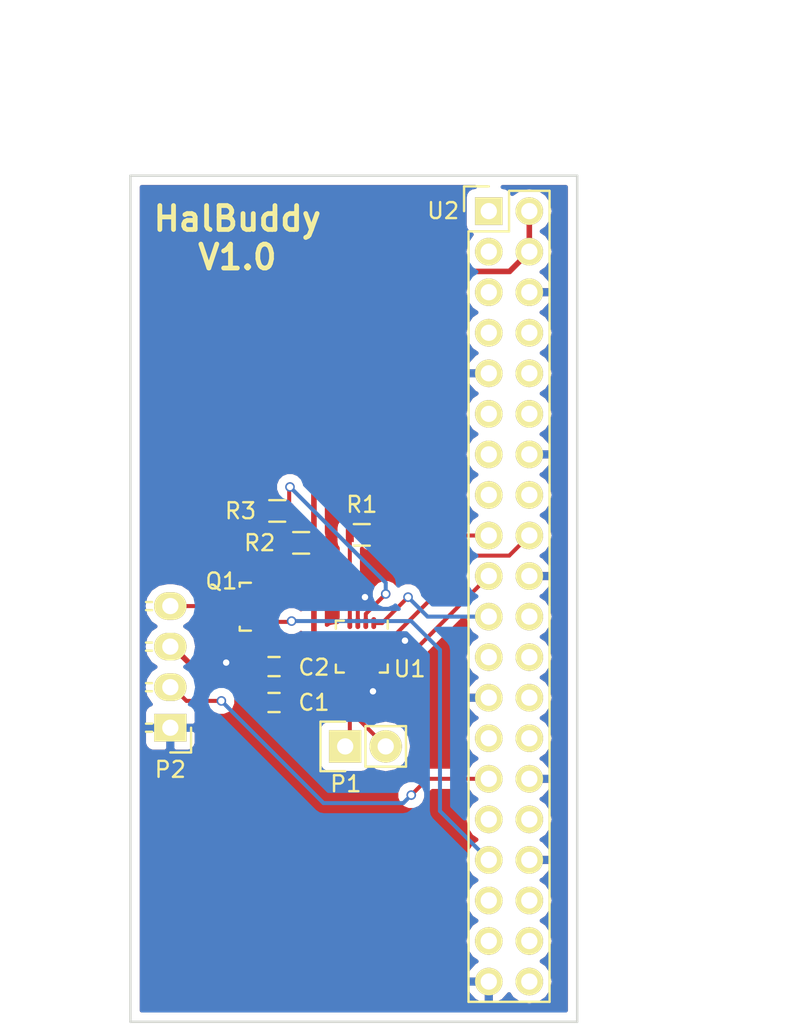
<source format=kicad_pcb>
(kicad_pcb (version 4) (host pcbnew 4.0.4-stable)

  (general
    (links 35)
    (no_connects 2)
    (area 148.624999 87.5 201.85 151.075001)
    (thickness 1.6)
    (drawings 7)
    (tracks 80)
    (zones 0)
    (modules 10)
    (nets 14)
  )

  (page A4)
  (layers
    (0 F.Cu signal)
    (31 B.Cu signal)
    (32 B.Adhes user)
    (33 F.Adhes user)
    (34 B.Paste user)
    (35 F.Paste user)
    (36 B.SilkS user)
    (37 F.SilkS user)
    (38 B.Mask user)
    (39 F.Mask user)
    (40 Dwgs.User user)
    (41 Cmts.User user)
    (42 Eco1.User user)
    (43 Eco2.User user)
    (44 Edge.Cuts user)
    (45 Margin user)
    (46 B.CrtYd user)
    (47 F.CrtYd user)
    (48 B.Fab user)
    (49 F.Fab user)
  )

  (setup
    (last_trace_width 0.25)
    (trace_clearance 0.2)
    (zone_clearance 0.508)
    (zone_45_only no)
    (trace_min 0.2)
    (segment_width 0.2)
    (edge_width 0.15)
    (via_size 0.6)
    (via_drill 0.4)
    (via_min_size 0.4)
    (via_min_drill 0.3)
    (uvia_size 0.3)
    (uvia_drill 0.1)
    (uvias_allowed no)
    (uvia_min_size 0.2)
    (uvia_min_drill 0.1)
    (pcb_text_width 0.3)
    (pcb_text_size 1.5 1.5)
    (mod_edge_width 0.15)
    (mod_text_size 1 1)
    (mod_text_width 0.15)
    (pad_size 1.524 1.524)
    (pad_drill 0.762)
    (pad_to_mask_clearance 0.2)
    (aux_axis_origin 0 0)
    (visible_elements FFFFFF7F)
    (pcbplotparams
      (layerselection 0x010fc_80000001)
      (usegerberextensions false)
      (excludeedgelayer true)
      (linewidth 0.100000)
      (plotframeref false)
      (viasonmask false)
      (mode 1)
      (useauxorigin false)
      (hpglpennumber 1)
      (hpglpenspeed 20)
      (hpglpendiameter 15)
      (hpglpenoverlay 2)
      (psnegative false)
      (psa4output false)
      (plotreference true)
      (plotvalue true)
      (plotinvisibletext false)
      (padsonsilk false)
      (subtractmaskfromsilk false)
      (outputformat 1)
      (mirror false)
      (drillshape 0)
      (scaleselection 1)
      (outputdirectory Gerber/))
  )

  (net 0 "")
  (net 1 GND)
  (net 2 +5V)
  (net 3 "Net-(P1-Pad1)")
  (net 4 "Net-(P1-Pad2)")
  (net 5 BTN)
  (net 6 PWM)
  (net 7 "Net-(R1-Pad1)")
  (net 8 +3V3)
  (net 9 DIN)
  (net 10 LRCLK)
  (net 11 BCLK)
  (net 12 "Net-(P2-Pad4)")
  (net 13 "Net-(R2-Pad1)")

  (net_class Default "Ceci est la Netclass par défaut"
    (clearance 0.2)
    (trace_width 0.25)
    (via_dia 0.6)
    (via_drill 0.4)
    (uvia_dia 0.3)
    (uvia_drill 0.1)
    (add_net +3V3)
    (add_net BCLK)
    (add_net BTN)
    (add_net DIN)
    (add_net GND)
    (add_net LRCLK)
    (add_net "Net-(P1-Pad1)")
    (add_net "Net-(P1-Pad2)")
    (add_net "Net-(P2-Pad4)")
    (add_net "Net-(R1-Pad1)")
    (add_net "Net-(R2-Pad1)")
    (add_net PWM)
  )

  (net_class pow ""
    (clearance 0.2)
    (trace_width 0.35)
    (via_dia 0.6)
    (via_drill 0.4)
    (uvia_dia 0.3)
    (uvia_drill 0.1)
    (add_net +5V)
  )

  (module Pin_Headers:Pin_Header_Angled_1x04 (layer F.Cu) (tedit 592A824C) (tstamp 58F3E3E5)
    (at 159.5 132.58 180)
    (descr "Through hole pin header")
    (tags "pin header")
    (path /58F127AD)
    (attr virtual)
    (fp_text reference P2 (at 0 -2.62 180) (layer F.SilkS)
      (effects (font (size 1 1) (thickness 0.15)))
    )
    (fp_text value CONN_01X04 (at 0 -3.1 180) (layer F.Fab)
      (effects (font (size 1 1) (thickness 0.15)))
    )
    (fp_line (start -1.5 -1.75) (end -1.5 9.4) (layer F.CrtYd) (width 0.05))
    (fp_line (start 10.65 -1.75) (end 10.65 9.4) (layer F.CrtYd) (width 0.05))
    (fp_line (start -1.5 -1.75) (end 10.65 -1.75) (layer F.CrtYd) (width 0.05))
    (fp_line (start -1.5 9.4) (end 10.65 9.4) (layer F.CrtYd) (width 0.05))
    (fp_line (start -1.3 -1.55) (end -1.3 0) (layer F.SilkS) (width 0.15))
    (fp_line (start 0 -1.55) (end -1.3 -1.55) (layer F.SilkS) (width 0.15))
    (fp_line (start 1.524 -0.254) (end 1.143 -0.254) (layer F.SilkS) (width 0.15))
    (fp_line (start 1.524 0.254) (end 1.143 0.254) (layer F.SilkS) (width 0.15))
    (fp_line (start 1.524 2.286) (end 1.143 2.286) (layer F.SilkS) (width 0.15))
    (fp_line (start 1.524 2.794) (end 1.143 2.794) (layer F.SilkS) (width 0.15))
    (fp_line (start 1.524 4.826) (end 1.143 4.826) (layer F.SilkS) (width 0.15))
    (fp_line (start 1.524 5.334) (end 1.143 5.334) (layer F.SilkS) (width 0.15))
    (fp_line (start 1.524 7.874) (end 1.143 7.874) (layer F.SilkS) (width 0.15))
    (fp_line (start 1.524 7.366) (end 1.143 7.366) (layer F.SilkS) (width 0.15))
    (pad 1 thru_hole rect (at 0 0 180) (size 2.032 1.7272) (drill 1.016) (layers *.Cu *.Mask F.SilkS)
      (net 1 GND))
    (pad 2 thru_hole oval (at 0 2.54 180) (size 2.032 1.7272) (drill 1.016) (layers *.Cu *.Mask F.SilkS)
      (net 5 BTN))
    (pad 3 thru_hole oval (at 0 5.08 180) (size 2.032 1.7272) (drill 1.016) (layers *.Cu *.Mask F.SilkS)
      (net 2 +5V))
    (pad 4 thru_hole oval (at 0 7.62 180) (size 2.032 1.7272) (drill 1.016) (layers *.Cu *.Mask F.SilkS)
      (net 12 "Net-(P2-Pad4)"))
    (model Pin_Headers.3dshapes/Pin_Header_Angled_1x04.wrl
      (at (xyz 0 -0.15 0))
      (scale (xyz 1 1 1))
      (rotate (xyz 0 0 90))
    )
  )

  (module Capacitors_SMD:C_0603 (layer F.Cu) (tedit 5415D631) (tstamp 58F3E3D1)
    (at 166 131)
    (descr "Capacitor SMD 0603, reflow soldering, AVX (see smccp.pdf)")
    (tags "capacitor 0603")
    (path /58F14769)
    (attr smd)
    (fp_text reference C1 (at 2.5 0) (layer F.SilkS)
      (effects (font (size 1 1) (thickness 0.15)))
    )
    (fp_text value 10uf (at 0 1.9) (layer F.Fab)
      (effects (font (size 1 1) (thickness 0.15)))
    )
    (fp_line (start -1.45 -0.75) (end 1.45 -0.75) (layer F.CrtYd) (width 0.05))
    (fp_line (start -1.45 0.75) (end 1.45 0.75) (layer F.CrtYd) (width 0.05))
    (fp_line (start -1.45 -0.75) (end -1.45 0.75) (layer F.CrtYd) (width 0.05))
    (fp_line (start 1.45 -0.75) (end 1.45 0.75) (layer F.CrtYd) (width 0.05))
    (fp_line (start -0.35 -0.6) (end 0.35 -0.6) (layer F.SilkS) (width 0.15))
    (fp_line (start 0.35 0.6) (end -0.35 0.6) (layer F.SilkS) (width 0.15))
    (pad 1 smd rect (at -0.75 0) (size 0.8 0.75) (layers F.Cu F.Paste F.Mask)
      (net 1 GND))
    (pad 2 smd rect (at 0.75 0) (size 0.8 0.75) (layers F.Cu F.Paste F.Mask)
      (net 2 +5V))
    (model Capacitors_SMD.3dshapes/C_0603.wrl
      (at (xyz 0 0 0))
      (scale (xyz 1 1 1))
      (rotate (xyz 0 0 0))
    )
  )

  (module Capacitors_SMD:C_0603 (layer F.Cu) (tedit 5415D631) (tstamp 58F3E3D7)
    (at 166 128.75)
    (descr "Capacitor SMD 0603, reflow soldering, AVX (see smccp.pdf)")
    (tags "capacitor 0603")
    (path /58F147B6)
    (attr smd)
    (fp_text reference C2 (at 2.5 0.05) (layer F.SilkS)
      (effects (font (size 1 1) (thickness 0.15)))
    )
    (fp_text value 100nf (at -2.5 -1.25) (layer F.Fab)
      (effects (font (size 1 1) (thickness 0.15)))
    )
    (fp_line (start -1.45 -0.75) (end 1.45 -0.75) (layer F.CrtYd) (width 0.05))
    (fp_line (start -1.45 0.75) (end 1.45 0.75) (layer F.CrtYd) (width 0.05))
    (fp_line (start -1.45 -0.75) (end -1.45 0.75) (layer F.CrtYd) (width 0.05))
    (fp_line (start 1.45 -0.75) (end 1.45 0.75) (layer F.CrtYd) (width 0.05))
    (fp_line (start -0.35 -0.6) (end 0.35 -0.6) (layer F.SilkS) (width 0.15))
    (fp_line (start 0.35 0.6) (end -0.35 0.6) (layer F.SilkS) (width 0.15))
    (pad 1 smd rect (at -0.75 0) (size 0.8 0.75) (layers F.Cu F.Paste F.Mask)
      (net 1 GND))
    (pad 2 smd rect (at 0.75 0) (size 0.8 0.75) (layers F.Cu F.Paste F.Mask)
      (net 2 +5V))
    (model Capacitors_SMD.3dshapes/C_0603.wrl
      (at (xyz 0 0 0))
      (scale (xyz 1 1 1))
      (rotate (xyz 0 0 0))
    )
  )

  (module Pin_Headers:Pin_Header_Straight_1x02 (layer F.Cu) (tedit 54EA090C) (tstamp 58F3E3DD)
    (at 170.46 133.75 90)
    (descr "Through hole pin header")
    (tags "pin header")
    (path /58F129F7)
    (fp_text reference P1 (at -2.35 0.04 180) (layer F.SilkS)
      (effects (font (size 1 1) (thickness 0.15)))
    )
    (fp_text value CONN_01X02 (at -2.75 0.54 180) (layer F.Fab)
      (effects (font (size 1 1) (thickness 0.15)))
    )
    (fp_line (start 1.27 1.27) (end 1.27 3.81) (layer F.SilkS) (width 0.15))
    (fp_line (start 1.55 -1.55) (end 1.55 0) (layer F.SilkS) (width 0.15))
    (fp_line (start -1.75 -1.75) (end -1.75 4.3) (layer F.CrtYd) (width 0.05))
    (fp_line (start 1.75 -1.75) (end 1.75 4.3) (layer F.CrtYd) (width 0.05))
    (fp_line (start -1.75 -1.75) (end 1.75 -1.75) (layer F.CrtYd) (width 0.05))
    (fp_line (start -1.75 4.3) (end 1.75 4.3) (layer F.CrtYd) (width 0.05))
    (fp_line (start 1.27 1.27) (end -1.27 1.27) (layer F.SilkS) (width 0.15))
    (fp_line (start -1.55 0) (end -1.55 -1.55) (layer F.SilkS) (width 0.15))
    (fp_line (start -1.55 -1.55) (end 1.55 -1.55) (layer F.SilkS) (width 0.15))
    (fp_line (start -1.27 1.27) (end -1.27 3.81) (layer F.SilkS) (width 0.15))
    (fp_line (start -1.27 3.81) (end 1.27 3.81) (layer F.SilkS) (width 0.15))
    (pad 1 thru_hole rect (at 0 0 90) (size 2.032 2.032) (drill 1.016) (layers *.Cu *.Mask F.SilkS)
      (net 3 "Net-(P1-Pad1)"))
    (pad 2 thru_hole oval (at 0 2.54 90) (size 2.032 2.032) (drill 1.016) (layers *.Cu *.Mask F.SilkS)
      (net 4 "Net-(P1-Pad2)"))
    (model Pin_Headers.3dshapes/Pin_Header_Straight_1x02.wrl
      (at (xyz 0 -0.05 0))
      (scale (xyz 1 1 1))
      (rotate (xyz 0 0 90))
    )
  )

  (module TO_SOT_Packages_SMD:SOT-23 (layer F.Cu) (tedit 553634F8) (tstamp 58F3E3EC)
    (at 164.5 125 90)
    (descr "SOT-23, Standard")
    (tags SOT-23)
    (path /58F09B8F)
    (attr smd)
    (fp_text reference Q1 (at 1.6 -1.8 180) (layer F.SilkS)
      (effects (font (size 1 1) (thickness 0.15)))
    )
    (fp_text value BSS138 (at 2.5 -1.5 360) (layer F.Fab)
      (effects (font (size 1 1) (thickness 0.15)))
    )
    (fp_line (start -1.65 -1.6) (end 1.65 -1.6) (layer F.CrtYd) (width 0.05))
    (fp_line (start 1.65 -1.6) (end 1.65 1.6) (layer F.CrtYd) (width 0.05))
    (fp_line (start 1.65 1.6) (end -1.65 1.6) (layer F.CrtYd) (width 0.05))
    (fp_line (start -1.65 1.6) (end -1.65 -1.6) (layer F.CrtYd) (width 0.05))
    (fp_line (start 1.29916 -0.65024) (end 1.2509 -0.65024) (layer F.SilkS) (width 0.15))
    (fp_line (start -1.49982 0.0508) (end -1.49982 -0.65024) (layer F.SilkS) (width 0.15))
    (fp_line (start -1.49982 -0.65024) (end -1.2509 -0.65024) (layer F.SilkS) (width 0.15))
    (fp_line (start 1.29916 -0.65024) (end 1.49982 -0.65024) (layer F.SilkS) (width 0.15))
    (fp_line (start 1.49982 -0.65024) (end 1.49982 0.0508) (layer F.SilkS) (width 0.15))
    (pad 1 smd rect (at -0.95 1.00076 90) (size 0.8001 0.8001) (layers F.Cu F.Paste F.Mask)
      (net 6 PWM))
    (pad 2 smd rect (at 0.95 1.00076 90) (size 0.8001 0.8001) (layers F.Cu F.Paste F.Mask)
      (net 1 GND))
    (pad 3 smd rect (at 0 -0.99822 90) (size 0.8001 0.8001) (layers F.Cu F.Paste F.Mask)
      (net 12 "Net-(P2-Pad4)"))
    (model TO_SOT_Packages_SMD.3dshapes/SOT-23.wrl
      (at (xyz 0 0 0))
      (scale (xyz 1 1 1))
      (rotate (xyz 0 0 0))
    )
  )

  (module Resistors_SMD:R_0603 (layer F.Cu) (tedit 5415CC62) (tstamp 58F3E3F2)
    (at 171.5 120.5)
    (descr "Resistor SMD 0603, reflow soldering, Vishay (see dcrcw.pdf)")
    (tags "resistor 0603")
    (path /58F3E030)
    (attr smd)
    (fp_text reference R1 (at 0 -1.9) (layer F.SilkS)
      (effects (font (size 1 1) (thickness 0.15)))
    )
    (fp_text value 634k (at 0 -2.5) (layer F.Fab)
      (effects (font (size 1 1) (thickness 0.15)))
    )
    (fp_line (start -1.3 -0.8) (end 1.3 -0.8) (layer F.CrtYd) (width 0.05))
    (fp_line (start -1.3 0.8) (end 1.3 0.8) (layer F.CrtYd) (width 0.05))
    (fp_line (start -1.3 -0.8) (end -1.3 0.8) (layer F.CrtYd) (width 0.05))
    (fp_line (start 1.3 -0.8) (end 1.3 0.8) (layer F.CrtYd) (width 0.05))
    (fp_line (start 0.5 0.675) (end -0.5 0.675) (layer F.SilkS) (width 0.15))
    (fp_line (start -0.5 -0.675) (end 0.5 -0.675) (layer F.SilkS) (width 0.15))
    (pad 1 smd rect (at -0.75 0) (size 0.5 0.9) (layers F.Cu F.Paste F.Mask)
      (net 7 "Net-(R1-Pad1)"))
    (pad 2 smd rect (at 0.75 0) (size 0.5 0.9) (layers F.Cu F.Paste F.Mask)
      (net 8 +3V3))
    (model Resistors_SMD.3dshapes/R_0603.wrl
      (at (xyz 0 0 0))
      (scale (xyz 1 1 1))
      (rotate (xyz 0 0 0))
    )
  )

  (module Housings_DFN_QFN:QFN-16-1EP_3x3mm_Pitch0.5mm (layer F.Cu) (tedit 54130A77) (tstamp 58F3E40A)
    (at 171.5 127.5 270)
    (descr "16-Lead Plastic Quad Flat, No Lead Package (NG) - 3x3x0.9 mm Body [QFN]; (see Microchip Packaging Specification 00000049BS.pdf)")
    (tags "QFN 0.5")
    (path /58EFEB78)
    (attr smd)
    (fp_text reference U1 (at 1.4 -3 360) (layer F.SilkS)
      (effects (font (size 1 1) (thickness 0.15)))
    )
    (fp_text value MAX98357A (at 0 -1 360) (layer F.Fab)
      (effects (font (size 1 1) (thickness 0.15)))
    )
    (fp_line (start -2.1 -2.1) (end -2.1 2.1) (layer F.CrtYd) (width 0.05))
    (fp_line (start 2.1 -2.1) (end 2.1 2.1) (layer F.CrtYd) (width 0.05))
    (fp_line (start -2.1 -2.1) (end 2.1 -2.1) (layer F.CrtYd) (width 0.05))
    (fp_line (start -2.1 2.1) (end 2.1 2.1) (layer F.CrtYd) (width 0.05))
    (fp_line (start 1.625 -1.625) (end 1.625 -1.125) (layer F.SilkS) (width 0.15))
    (fp_line (start -1.625 1.625) (end -1.625 1.125) (layer F.SilkS) (width 0.15))
    (fp_line (start 1.625 1.625) (end 1.625 1.125) (layer F.SilkS) (width 0.15))
    (fp_line (start -1.625 -1.625) (end -1.125 -1.625) (layer F.SilkS) (width 0.15))
    (fp_line (start -1.625 1.625) (end -1.125 1.625) (layer F.SilkS) (width 0.15))
    (fp_line (start 1.625 1.625) (end 1.125 1.625) (layer F.SilkS) (width 0.15))
    (fp_line (start 1.625 -1.625) (end 1.125 -1.625) (layer F.SilkS) (width 0.15))
    (pad 1 smd oval (at -1.475 -0.75 270) (size 0.75 0.3) (layers F.Cu F.Paste F.Mask)
      (net 9 DIN))
    (pad 2 smd oval (at -1.475 -0.25 270) (size 0.75 0.3) (layers F.Cu F.Paste F.Mask)
      (net 13 "Net-(R2-Pad1)"))
    (pad 3 smd oval (at -1.475 0.25 270) (size 0.75 0.3) (layers F.Cu F.Paste F.Mask)
      (net 1 GND))
    (pad 4 smd oval (at -1.475 0.75 270) (size 0.75 0.3) (layers F.Cu F.Paste F.Mask)
      (net 7 "Net-(R1-Pad1)"))
    (pad 5 smd oval (at -0.75 1.475) (size 0.75 0.3) (layers F.Cu F.Paste F.Mask))
    (pad 6 smd oval (at -0.25 1.475) (size 0.75 0.3) (layers F.Cu F.Paste F.Mask))
    (pad 7 smd oval (at 0.25 1.475) (size 0.75 0.3) (layers F.Cu F.Paste F.Mask)
      (net 2 +5V))
    (pad 8 smd oval (at 0.75 1.475) (size 0.75 0.3) (layers F.Cu F.Paste F.Mask)
      (net 2 +5V))
    (pad 9 smd oval (at 1.475 0.75 270) (size 0.75 0.3) (layers F.Cu F.Paste F.Mask)
      (net 3 "Net-(P1-Pad1)"))
    (pad 10 smd oval (at 1.475 0.25 270) (size 0.75 0.3) (layers F.Cu F.Paste F.Mask)
      (net 4 "Net-(P1-Pad2)"))
    (pad 11 smd oval (at 1.475 -0.25 270) (size 0.75 0.3) (layers F.Cu F.Paste F.Mask)
      (net 1 GND))
    (pad 12 smd oval (at 1.475 -0.75 270) (size 0.75 0.3) (layers F.Cu F.Paste F.Mask))
    (pad 13 smd oval (at 0.75 -1.475) (size 0.75 0.3) (layers F.Cu F.Paste F.Mask))
    (pad 14 smd oval (at 0.25 -1.475) (size 0.75 0.3) (layers F.Cu F.Paste F.Mask)
      (net 10 LRCLK))
    (pad 15 smd oval (at -0.25 -1.475) (size 0.75 0.3) (layers F.Cu F.Paste F.Mask)
      (net 1 GND))
    (pad 16 smd oval (at -0.75 -1.475) (size 0.75 0.3) (layers F.Cu F.Paste F.Mask)
      (net 11 BCLK))
    (pad 17 smd rect (at 0.45 0.45 270) (size 0.9 0.9) (layers F.Cu F.Paste F.Mask)
      (solder_paste_margin_ratio -0.2))
    (pad 17 smd rect (at 0.45 -0.45 270) (size 0.9 0.9) (layers F.Cu F.Paste F.Mask)
      (solder_paste_margin_ratio -0.2))
    (pad 17 smd rect (at -0.45 0.45 270) (size 0.9 0.9) (layers F.Cu F.Paste F.Mask)
      (solder_paste_margin_ratio -0.2))
    (pad 17 smd rect (at -0.45 -0.45 270) (size 0.9 0.9) (layers F.Cu F.Paste F.Mask)
      (solder_paste_margin_ratio -0.2))
    (model Housings_DFN_QFN.3dshapes/QFN-16-1EP_3x3mm_Pitch0.5mm.wrl
      (at (xyz 0 0 0))
      (scale (xyz 1 1 1))
      (rotate (xyz 0 0 0))
    )
  )

  (module Pin_Headers:Pin_Header_Straight_2x20 (layer F.Cu) (tedit 0) (tstamp 58F3E436)
    (at 179.46 100.22)
    (descr "Through hole pin header")
    (tags "pin header")
    (path /58F09AE7)
    (fp_text reference U2 (at -2.86 -0.02) (layer F.SilkS)
      (effects (font (size 1 1) (thickness 0.15)))
    )
    (fp_text value RaspberryPI_zero_GPIO (at 0 -3.1) (layer F.Fab)
      (effects (font (size 1 1) (thickness 0.15)))
    )
    (fp_line (start -1.75 -1.75) (end -1.75 50.05) (layer F.CrtYd) (width 0.05))
    (fp_line (start 4.3 -1.75) (end 4.3 50.05) (layer F.CrtYd) (width 0.05))
    (fp_line (start -1.75 -1.75) (end 4.3 -1.75) (layer F.CrtYd) (width 0.05))
    (fp_line (start -1.75 50.05) (end 4.3 50.05) (layer F.CrtYd) (width 0.05))
    (fp_line (start 3.81 49.53) (end 3.81 -1.27) (layer F.SilkS) (width 0.15))
    (fp_line (start -1.27 1.27) (end -1.27 49.53) (layer F.SilkS) (width 0.15))
    (fp_line (start 3.81 49.53) (end -1.27 49.53) (layer F.SilkS) (width 0.15))
    (fp_line (start 3.81 -1.27) (end 1.27 -1.27) (layer F.SilkS) (width 0.15))
    (fp_line (start 0 -1.55) (end -1.55 -1.55) (layer F.SilkS) (width 0.15))
    (fp_line (start 1.27 -1.27) (end 1.27 1.27) (layer F.SilkS) (width 0.15))
    (fp_line (start 1.27 1.27) (end -1.27 1.27) (layer F.SilkS) (width 0.15))
    (fp_line (start -1.55 -1.55) (end -1.55 0) (layer F.SilkS) (width 0.15))
    (pad 1 thru_hole rect (at 0 0) (size 1.7272 1.7272) (drill 1.016) (layers *.Cu *.Mask F.SilkS)
      (net 8 +3V3))
    (pad 2 thru_hole oval (at 2.54 0) (size 1.7272 1.7272) (drill 1.016) (layers *.Cu *.Mask F.SilkS)
      (net 2 +5V))
    (pad 3 thru_hole oval (at 0 2.54) (size 1.7272 1.7272) (drill 1.016) (layers *.Cu *.Mask F.SilkS))
    (pad 4 thru_hole oval (at 2.54 2.54) (size 1.7272 1.7272) (drill 1.016) (layers *.Cu *.Mask F.SilkS)
      (net 2 +5V))
    (pad 5 thru_hole oval (at 0 5.08) (size 1.7272 1.7272) (drill 1.016) (layers *.Cu *.Mask F.SilkS))
    (pad 6 thru_hole oval (at 2.54 5.08) (size 1.7272 1.7272) (drill 1.016) (layers *.Cu *.Mask F.SilkS)
      (net 1 GND))
    (pad 7 thru_hole oval (at 0 7.62) (size 1.7272 1.7272) (drill 1.016) (layers *.Cu *.Mask F.SilkS))
    (pad 8 thru_hole oval (at 2.54 7.62) (size 1.7272 1.7272) (drill 1.016) (layers *.Cu *.Mask F.SilkS))
    (pad 9 thru_hole oval (at 0 10.16) (size 1.7272 1.7272) (drill 1.016) (layers *.Cu *.Mask F.SilkS)
      (net 1 GND))
    (pad 10 thru_hole oval (at 2.54 10.16) (size 1.7272 1.7272) (drill 1.016) (layers *.Cu *.Mask F.SilkS))
    (pad 11 thru_hole oval (at 0 12.7) (size 1.7272 1.7272) (drill 1.016) (layers *.Cu *.Mask F.SilkS))
    (pad 12 thru_hole oval (at 2.54 12.7) (size 1.7272 1.7272) (drill 1.016) (layers *.Cu *.Mask F.SilkS))
    (pad 13 thru_hole oval (at 0 15.24) (size 1.7272 1.7272) (drill 1.016) (layers *.Cu *.Mask F.SilkS))
    (pad 14 thru_hole oval (at 2.54 15.24) (size 1.7272 1.7272) (drill 1.016) (layers *.Cu *.Mask F.SilkS)
      (net 1 GND))
    (pad 15 thru_hole oval (at 0 17.78) (size 1.7272 1.7272) (drill 1.016) (layers *.Cu *.Mask F.SilkS))
    (pad 16 thru_hole oval (at 2.54 17.78) (size 1.7272 1.7272) (drill 1.016) (layers *.Cu *.Mask F.SilkS))
    (pad 17 thru_hole oval (at 0 20.32) (size 1.7272 1.7272) (drill 1.016) (layers *.Cu *.Mask F.SilkS)
      (net 8 +3V3))
    (pad 18 thru_hole oval (at 2.54 20.32) (size 1.7272 1.7272) (drill 1.016) (layers *.Cu *.Mask F.SilkS)
      (net 11 BCLK))
    (pad 19 thru_hole oval (at 0 22.86) (size 1.7272 1.7272) (drill 1.016) (layers *.Cu *.Mask F.SilkS)
      (net 10 LRCLK))
    (pad 20 thru_hole oval (at 2.54 22.86) (size 1.7272 1.7272) (drill 1.016) (layers *.Cu *.Mask F.SilkS)
      (net 1 GND))
    (pad 21 thru_hole oval (at 0 25.4) (size 1.7272 1.7272) (drill 1.016) (layers *.Cu *.Mask F.SilkS)
      (net 9 DIN))
    (pad 22 thru_hole oval (at 2.54 25.4) (size 1.7272 1.7272) (drill 1.016) (layers *.Cu *.Mask F.SilkS))
    (pad 23 thru_hole oval (at 0 27.94) (size 1.7272 1.7272) (drill 1.016) (layers *.Cu *.Mask F.SilkS))
    (pad 24 thru_hole oval (at 2.54 27.94) (size 1.7272 1.7272) (drill 1.016) (layers *.Cu *.Mask F.SilkS))
    (pad 25 thru_hole oval (at 0 30.48) (size 1.7272 1.7272) (drill 1.016) (layers *.Cu *.Mask F.SilkS)
      (net 1 GND))
    (pad 26 thru_hole oval (at 2.54 30.48) (size 1.7272 1.7272) (drill 1.016) (layers *.Cu *.Mask F.SilkS))
    (pad 27 thru_hole oval (at 0 33.02) (size 1.7272 1.7272) (drill 1.016) (layers *.Cu *.Mask F.SilkS))
    (pad 28 thru_hole oval (at 2.54 33.02) (size 1.7272 1.7272) (drill 1.016) (layers *.Cu *.Mask F.SilkS))
    (pad 29 thru_hole oval (at 0 35.56) (size 1.7272 1.7272) (drill 1.016) (layers *.Cu *.Mask F.SilkS)
      (net 5 BTN))
    (pad 30 thru_hole oval (at 2.54 35.56) (size 1.7272 1.7272) (drill 1.016) (layers *.Cu *.Mask F.SilkS)
      (net 1 GND))
    (pad 31 thru_hole oval (at 0 38.1) (size 1.7272 1.7272) (drill 1.016) (layers *.Cu *.Mask F.SilkS))
    (pad 32 thru_hole oval (at 2.54 38.1) (size 1.7272 1.7272) (drill 1.016) (layers *.Cu *.Mask F.SilkS))
    (pad 33 thru_hole oval (at 0 40.64) (size 1.7272 1.7272) (drill 1.016) (layers *.Cu *.Mask F.SilkS)
      (net 6 PWM))
    (pad 34 thru_hole oval (at 2.54 40.64) (size 1.7272 1.7272) (drill 1.016) (layers *.Cu *.Mask F.SilkS)
      (net 1 GND))
    (pad 35 thru_hole oval (at 0 43.18) (size 1.7272 1.7272) (drill 1.016) (layers *.Cu *.Mask F.SilkS))
    (pad 36 thru_hole oval (at 2.54 43.18) (size 1.7272 1.7272) (drill 1.016) (layers *.Cu *.Mask F.SilkS))
    (pad 37 thru_hole oval (at 0 45.72) (size 1.7272 1.7272) (drill 1.016) (layers *.Cu *.Mask F.SilkS))
    (pad 38 thru_hole oval (at 2.54 45.72) (size 1.7272 1.7272) (drill 1.016) (layers *.Cu *.Mask F.SilkS))
    (pad 39 thru_hole oval (at 0 48.26) (size 1.7272 1.7272) (drill 1.016) (layers *.Cu *.Mask F.SilkS)
      (net 1 GND))
    (pad 40 thru_hole oval (at 2.54 48.26) (size 1.7272 1.7272) (drill 1.016) (layers *.Cu *.Mask F.SilkS))
    (model Pin_Headers.3dshapes/Pin_Header_Straight_2x20.wrl
      (at (xyz 0.05 -0.95 0))
      (scale (xyz 1 1 1))
      (rotate (xyz 0 0 90))
    )
  )

  (module Resistors_SMD:R_0603 (layer F.Cu) (tedit 5415CC62) (tstamp 58F4B0E0)
    (at 167.7 121)
    (descr "Resistor SMD 0603, reflow soldering, Vishay (see dcrcw.pdf)")
    (tags "resistor 0603")
    (path /58F47A44)
    (attr smd)
    (fp_text reference R2 (at -2.6 0) (layer F.SilkS)
      (effects (font (size 1 1) (thickness 0.15)))
    )
    (fp_text value 0 (at 0 1 180) (layer F.Fab)
      (effects (font (size 1 1) (thickness 0.15)))
    )
    (fp_line (start -1.3 -0.8) (end 1.3 -0.8) (layer F.CrtYd) (width 0.05))
    (fp_line (start -1.3 0.8) (end 1.3 0.8) (layer F.CrtYd) (width 0.05))
    (fp_line (start -1.3 -0.8) (end -1.3 0.8) (layer F.CrtYd) (width 0.05))
    (fp_line (start 1.3 -0.8) (end 1.3 0.8) (layer F.CrtYd) (width 0.05))
    (fp_line (start 0.5 0.675) (end -0.5 0.675) (layer F.SilkS) (width 0.15))
    (fp_line (start -0.5 -0.675) (end 0.5 -0.675) (layer F.SilkS) (width 0.15))
    (pad 1 smd rect (at -0.75 0) (size 0.5 0.9) (layers F.Cu F.Paste F.Mask)
      (net 13 "Net-(R2-Pad1)"))
    (pad 2 smd rect (at 0.75 0) (size 0.5 0.9) (layers F.Cu F.Paste F.Mask)
      (net 2 +5V))
    (model Resistors_SMD.3dshapes/R_0603.wrl
      (at (xyz 0 0 0))
      (scale (xyz 1 1 1))
      (rotate (xyz 0 0 0))
    )
  )

  (module Resistors_SMD:R_0603 (layer F.Cu) (tedit 5415CC62) (tstamp 58F4B0E6)
    (at 166.2 119 180)
    (descr "Resistor SMD 0603, reflow soldering, Vishay (see dcrcw.pdf)")
    (tags "resistor 0603")
    (path /58F478A5)
    (attr smd)
    (fp_text reference R3 (at 2.3 0 180) (layer F.SilkS)
      (effects (font (size 1 1) (thickness 0.15)))
    )
    (fp_text value 0 (at 0 1.5 180) (layer F.Fab)
      (effects (font (size 1 1) (thickness 0.15)))
    )
    (fp_line (start -1.3 -0.8) (end 1.3 -0.8) (layer F.CrtYd) (width 0.05))
    (fp_line (start -1.3 0.8) (end 1.3 0.8) (layer F.CrtYd) (width 0.05))
    (fp_line (start -1.3 -0.8) (end -1.3 0.8) (layer F.CrtYd) (width 0.05))
    (fp_line (start 1.3 -0.8) (end 1.3 0.8) (layer F.CrtYd) (width 0.05))
    (fp_line (start 0.5 0.675) (end -0.5 0.675) (layer F.SilkS) (width 0.15))
    (fp_line (start -0.5 -0.675) (end 0.5 -0.675) (layer F.SilkS) (width 0.15))
    (pad 1 smd rect (at -0.75 0 180) (size 0.5 0.9) (layers F.Cu F.Paste F.Mask)
      (net 13 "Net-(R2-Pad1)"))
    (pad 2 smd rect (at 0.75 0 180) (size 0.5 0.9) (layers F.Cu F.Paste F.Mask)
      (net 1 GND))
    (model Resistors_SMD.3dshapes/R_0603.wrl
      (at (xyz 0 0 0))
      (scale (xyz 1 1 1))
      (rotate (xyz 0 0 0))
    )
  )

  (dimension 53 (width 0.3) (layer F.Fab)
    (gr_text "53,000 mm" (at 195.35 124.5 270) (layer F.Fab)
      (effects (font (size 1.5 1.5) (thickness 0.3)))
    )
    (feature1 (pts (xy 185 151) (xy 196.7 151)))
    (feature2 (pts (xy 185 98) (xy 196.7 98)))
    (crossbar (pts (xy 194 98) (xy 194 151)))
    (arrow1a (pts (xy 194 151) (xy 193.413579 149.873496)))
    (arrow1b (pts (xy 194 151) (xy 194.586421 149.873496)))
    (arrow2a (pts (xy 194 98) (xy 193.413579 99.126504)))
    (arrow2b (pts (xy 194 98) (xy 194.586421 99.126504)))
  )
  (dimension 28 (width 0.3) (layer F.Fab)
    (gr_text "28,000 mm" (at 171 88.85) (layer F.Fab)
      (effects (font (size 1.5 1.5) (thickness 0.3)))
    )
    (feature1 (pts (xy 185 98) (xy 185 87.5)))
    (feature2 (pts (xy 157 98) (xy 157 87.5)))
    (crossbar (pts (xy 157 90.2) (xy 185 90.2)))
    (arrow1a (pts (xy 185 90.2) (xy 183.873496 90.786421)))
    (arrow1b (pts (xy 185 90.2) (xy 183.873496 89.613579)))
    (arrow2a (pts (xy 157 90.2) (xy 158.126504 90.786421)))
    (arrow2b (pts (xy 157 90.2) (xy 158.126504 89.613579)))
  )
  (gr_text "HalBuddy\nV1.0" (at 163.7 101.9) (layer F.SilkS)
    (effects (font (size 1.5 1.5) (thickness 0.3)))
  )
  (gr_line (start 157 98) (end 185 98) (layer Edge.Cuts) (width 0.15))
  (gr_line (start 157 151) (end 157 98) (layer Edge.Cuts) (width 0.15))
  (gr_line (start 185 151) (end 157 151) (layer Edge.Cuts) (width 0.15))
  (gr_line (start 185 98) (end 185 151) (layer Edge.Cuts) (width 0.15))

  (segment (start 163.25 128.75) (end 163 128.5) (width 0.25) (layer F.Cu) (net 1))
  (segment (start 165.25 128.75) (end 163.25 128.75) (width 0.25) (layer F.Cu) (net 1))
  (via (at 163 128.5) (size 0.6) (drill 0.4) (layers F.Cu B.Cu) (net 1))
  (segment (start 174.081575 127.25) (end 174.206585 127.12499) (width 0.25) (layer F.Cu) (net 1))
  (segment (start 172.975 127.25) (end 174.081575 127.25) (width 0.25) (layer F.Cu) (net 1))
  (via (at 174.206585 127.12499) (size 0.6) (drill 0.4) (layers F.Cu B.Cu) (net 1))
  (segment (start 171.75 128.975) (end 171.75 129.85) (width 0.25) (layer F.Cu) (net 1))
  (segment (start 171.75 129.85) (end 172.2 130.3) (width 0.25) (layer F.Cu) (net 1))
  (via (at 172.2 130.3) (size 0.6) (drill 0.4) (layers F.Cu B.Cu) (net 1))
  (segment (start 171.25 126.025) (end 171.25 124.85) (width 0.25) (layer F.Cu) (net 1))
  (segment (start 171.25 124.85) (end 171.7 124.4) (width 0.25) (layer F.Cu) (net 1))
  (via (at 171.7 124.4) (size 0.6) (drill 0.4) (layers F.Cu B.Cu) (net 1))
  (segment (start 168.5 112.7) (end 168.5 121.5) (width 0.35) (layer F.Cu) (net 2))
  (segment (start 168.5 121.5) (end 168.5 128.75) (width 0.35) (layer F.Cu) (net 2))
  (segment (start 168.45 121) (end 168.45 121.45) (width 0.35) (layer F.Cu) (net 2))
  (segment (start 168.45 121.45) (end 168.5 121.5) (width 0.35) (layer F.Cu) (net 2))
  (segment (start 166.75 128.75) (end 168.5 128.75) (width 0.35) (layer F.Cu) (net 2))
  (segment (start 168.5 128.75) (end 168.75 128.75) (width 0.35) (layer F.Cu) (net 2))
  (segment (start 177.201399 103.998601) (end 168.5 112.7) (width 0.35) (layer F.Cu) (net 2))
  (segment (start 182 102.76) (end 180.761399 103.998601) (width 0.35) (layer F.Cu) (net 2))
  (segment (start 180.761399 103.998601) (end 177.201399 103.998601) (width 0.35) (layer F.Cu) (net 2))
  (segment (start 182 102.76) (end 182 100.22) (width 0.35) (layer F.Cu) (net 2))
  (segment (start 166.75 131) (end 166.7 130.95) (width 0.35) (layer F.Cu) (net 2))
  (segment (start 166.7 130.7) (end 165.8 129.8) (width 0.35) (layer F.Cu) (net 2))
  (segment (start 166.7 130.95) (end 166.7 130.7) (width 0.35) (layer F.Cu) (net 2))
  (segment (start 165.8 129.8) (end 161.9524 129.8) (width 0.35) (layer F.Cu) (net 2))
  (segment (start 161.9524 129.8) (end 159.6524 127.5) (width 0.35) (layer F.Cu) (net 2))
  (segment (start 159.6524 127.5) (end 159.5 127.5) (width 0.35) (layer F.Cu) (net 2))
  (segment (start 168.75 128.75) (end 169.525 128.75) (width 0.35) (layer F.Cu) (net 2))
  (segment (start 170.025 128.25) (end 170.025 127.77501) (width 0.35) (layer F.Cu) (net 2))
  (segment (start 166.75 128.75) (end 166.75 131) (width 0.35) (layer F.Cu) (net 2))
  (segment (start 169.525 128.75) (end 170.025 128.25) (width 0.35) (layer F.Cu) (net 2))
  (segment (start 170.75 128.975) (end 170.75 133.46) (width 0.25) (layer F.Cu) (net 3))
  (segment (start 170.75 133.46) (end 170.46 133.75) (width 0.25) (layer F.Cu) (net 3))
  (segment (start 171.25 128.975) (end 171.25 132) (width 0.25) (layer F.Cu) (net 4))
  (segment (start 171.25 132) (end 173 133.75) (width 0.25) (layer F.Cu) (net 4))
  (segment (start 174.6 136.8) (end 175.62 135.78) (width 0.25) (layer F.Cu) (net 5))
  (segment (start 175.62 135.78) (end 179.46 135.78) (width 0.25) (layer F.Cu) (net 5))
  (segment (start 169.1 137.3) (end 174.1 137.3) (width 0.25) (layer B.Cu) (net 5))
  (segment (start 174.1 137.3) (end 174.6 136.8) (width 0.25) (layer B.Cu) (net 5))
  (via (at 174.6 136.8) (size 0.6) (drill 0.4) (layers F.Cu B.Cu) (net 5))
  (segment (start 162.7 130.9) (end 169.1 137.3) (width 0.25) (layer B.Cu) (net 5))
  (segment (start 159.5 130.04) (end 159.6524 130.04) (width 0.25) (layer F.Cu) (net 5))
  (segment (start 159.6524 130.04) (end 160.5124 130.9) (width 0.25) (layer F.Cu) (net 5))
  (segment (start 160.5124 130.9) (end 162.7 130.9) (width 0.25) (layer F.Cu) (net 5))
  (via (at 162.7 130.9) (size 0.6) (drill 0.4) (layers F.Cu B.Cu) (net 5))
  (segment (start 176.4 127.7) (end 176.4 137.8) (width 0.25) (layer B.Cu) (net 6))
  (segment (start 176.4 137.8) (end 179.46 140.86) (width 0.25) (layer B.Cu) (net 6))
  (segment (start 174.6 125.9) (end 176.4 127.7) (width 0.25) (layer B.Cu) (net 6))
  (segment (start 167.1 125.9) (end 174.6 125.9) (width 0.25) (layer B.Cu) (net 6))
  (segment (start 165.50076 125.95) (end 167.05 125.95) (width 0.25) (layer F.Cu) (net 6))
  (segment (start 167.05 125.95) (end 167.1 125.9) (width 0.25) (layer F.Cu) (net 6))
  (via (at 167.1 125.9) (size 0.6) (drill 0.4) (layers F.Cu B.Cu) (net 6))
  (segment (start 170.75 120.5) (end 170.75 126.025) (width 0.25) (layer F.Cu) (net 7))
  (segment (start 179.46 120.54) (end 172.29 120.54) (width 0.25) (layer F.Cu) (net 8))
  (segment (start 172.29 120.54) (end 172.25 120.5) (width 0.25) (layer F.Cu) (net 8))
  (segment (start 179.42 120.5) (end 179.46 120.54) (width 0.25) (layer F.Cu) (net 8))
  (segment (start 174.4 124.4) (end 175.62 125.62) (width 0.25) (layer B.Cu) (net 9))
  (segment (start 175.62 125.62) (end 179.46 125.62) (width 0.25) (layer B.Cu) (net 9))
  (segment (start 172.25 126.025) (end 172.775 126.025) (width 0.25) (layer F.Cu) (net 9))
  (segment (start 172.775 126.025) (end 174.4 124.4) (width 0.25) (layer F.Cu) (net 9))
  (via (at 174.4 124.4) (size 0.6) (drill 0.4) (layers F.Cu B.Cu) (net 9))
  (segment (start 172.975 127.75) (end 174.79 127.75) (width 0.25) (layer F.Cu) (net 10))
  (segment (start 174.79 127.75) (end 179.46 123.08) (width 0.25) (layer F.Cu) (net 10))
  (segment (start 172.975 126.75) (end 173.6 126.75) (width 0.25) (layer F.Cu) (net 11))
  (segment (start 173.6 126.75) (end 178.55 121.8) (width 0.25) (layer F.Cu) (net 11))
  (segment (start 178.55 121.8) (end 180.74 121.8) (width 0.25) (layer F.Cu) (net 11))
  (segment (start 180.74 121.8) (end 181.136401 121.403599) (width 0.25) (layer F.Cu) (net 11))
  (segment (start 181.136401 121.403599) (end 182 120.54) (width 0.25) (layer F.Cu) (net 11))
  (segment (start 159.5 124.96) (end 163.46178 124.96) (width 0.25) (layer F.Cu) (net 12))
  (segment (start 163.46178 124.96) (end 163.50178 125) (width 0.25) (layer F.Cu) (net 12))
  (segment (start 173 124.2) (end 171.75 125.45) (width 0.25) (layer F.Cu) (net 13))
  (segment (start 171.75 125.45) (end 171.75 126.025) (width 0.25) (layer F.Cu) (net 13))
  (segment (start 167 117.5) (end 173 123.5) (width 0.25) (layer B.Cu) (net 13))
  (segment (start 173 123.5) (end 173 124.2) (width 0.25) (layer B.Cu) (net 13))
  (via (at 173 124.2) (size 0.6) (drill 0.4) (layers F.Cu B.Cu) (net 13))
  (segment (start 166.95 119) (end 166.95 117.55) (width 0.25) (layer F.Cu) (net 13))
  (via (at 167 117.5) (size 0.6) (drill 0.4) (layers F.Cu B.Cu) (net 13))
  (segment (start 166.95 117.55) (end 167 117.5) (width 0.25) (layer F.Cu) (net 13))
  (segment (start 166.95 121) (end 166.95 119) (width 0.25) (layer F.Cu) (net 13))

  (zone (net 1) (net_name GND) (layer F.Cu) (tstamp 0) (hatch edge 0.508)
    (connect_pads (clearance 0.508))
    (min_thickness 0.254)
    (fill yes (arc_segments 16) (thermal_gap 0.508) (thermal_bridge_width 0.508))
    (polygon
      (pts
        (xy 157 98) (xy 185 98) (xy 185 151) (xy 157 151)
      )
    )
    (filled_polygon
      (pts
        (xy 178.361083 98.753238) (xy 178.144959 98.89231) (xy 177.999969 99.10451) (xy 177.94896 99.3564) (xy 177.94896 101.0836)
        (xy 177.993238 101.318917) (xy 178.13231 101.535041) (xy 178.34451 101.680031) (xy 178.388131 101.688864) (xy 178.370971 101.70033)
        (xy 178.046115 102.186511) (xy 177.932041 102.76) (xy 178.017295 103.188601) (xy 177.201399 103.188601) (xy 176.891425 103.250259)
        (xy 176.766863 103.333489) (xy 176.628642 103.425845) (xy 167.927244 112.127244) (xy 167.751658 112.390026) (xy 167.69 112.7)
        (xy 167.69 116.86776) (xy 167.530327 116.707808) (xy 167.186799 116.565162) (xy 166.814833 116.564838) (xy 166.471057 116.706883)
        (xy 166.207808 116.969673) (xy 166.065162 117.313201) (xy 166.064838 117.685167) (xy 166.19 117.988083) (xy 166.19 118.141974)
        (xy 166.059698 118.011673) (xy 165.826309 117.915) (xy 165.73375 117.915) (xy 165.575 118.07375) (xy 165.575 118.873)
        (xy 165.597 118.873) (xy 165.597 119.127) (xy 165.575 119.127) (xy 165.575 119.92625) (xy 165.73375 120.085)
        (xy 165.826309 120.085) (xy 166.059698 119.988327) (xy 166.19 119.858026) (xy 166.19 120.171614) (xy 166.103569 120.29811)
        (xy 166.05256 120.55) (xy 166.05256 121.45) (xy 166.096838 121.685317) (xy 166.23591 121.901441) (xy 166.44811 122.046431)
        (xy 166.7 122.09744) (xy 167.2 122.09744) (xy 167.435317 122.053162) (xy 167.651441 121.91409) (xy 167.69 121.857657)
        (xy 167.69 125.167585) (xy 167.630327 125.107808) (xy 167.286799 124.965162) (xy 166.914833 124.964838) (xy 166.571057 125.106883)
        (xy 166.487795 125.19) (xy 166.423773 125.19) (xy 166.3649 125.098509) (xy 166.225151 125.003023) (xy 166.260509 124.988377)
        (xy 166.439137 124.809748) (xy 166.53581 124.576359) (xy 166.53581 124.33575) (xy 166.37706 124.177) (xy 165.62776 124.177)
        (xy 165.62776 124.197) (xy 165.37376 124.197) (xy 165.37376 124.177) (xy 164.62446 124.177) (xy 164.478303 124.323157)
        (xy 164.36592 124.148509) (xy 164.15372 124.003519) (xy 163.90183 123.95251) (xy 163.10173 123.95251) (xy 162.866413 123.996788)
        (xy 162.650289 124.13586) (xy 162.606464 124.2) (xy 160.944648 124.2) (xy 160.744415 123.90033) (xy 160.258234 123.575474)
        (xy 159.997652 123.523641) (xy 164.46571 123.523641) (xy 164.46571 123.76425) (xy 164.62446 123.923) (xy 165.37376 123.923)
        (xy 165.37376 123.1737) (xy 165.62776 123.1737) (xy 165.62776 123.923) (xy 166.37706 123.923) (xy 166.53581 123.76425)
        (xy 166.53581 123.523641) (xy 166.439137 123.290252) (xy 166.260509 123.111623) (xy 166.02712 123.01495) (xy 165.78651 123.01495)
        (xy 165.62776 123.1737) (xy 165.37376 123.1737) (xy 165.21501 123.01495) (xy 164.9744 123.01495) (xy 164.741011 123.111623)
        (xy 164.562383 123.290252) (xy 164.46571 123.523641) (xy 159.997652 123.523641) (xy 159.684745 123.4614) (xy 159.315255 123.4614)
        (xy 158.741766 123.575474) (xy 158.255585 123.90033) (xy 157.930729 124.386511) (xy 157.816655 124.96) (xy 157.930729 125.533489)
        (xy 158.255585 126.01967) (xy 158.570366 126.23) (xy 158.255585 126.44033) (xy 157.930729 126.926511) (xy 157.816655 127.5)
        (xy 157.930729 128.073489) (xy 158.255585 128.55967) (xy 158.570366 128.77) (xy 158.255585 128.98033) (xy 157.930729 129.466511)
        (xy 157.816655 130.04) (xy 157.930729 130.613489) (xy 158.255585 131.09967) (xy 158.27778 131.1145) (xy 158.124302 131.178073)
        (xy 157.945673 131.356701) (xy 157.849 131.59009) (xy 157.849 132.29425) (xy 158.00775 132.453) (xy 159.373 132.453)
        (xy 159.373 132.433) (xy 159.627 132.433) (xy 159.627 132.453) (xy 160.99225 132.453) (xy 161.151 132.29425)
        (xy 161.151 131.66) (xy 162.137537 131.66) (xy 162.169673 131.692192) (xy 162.513201 131.834838) (xy 162.885167 131.835162)
        (xy 163.228943 131.693117) (xy 163.492192 131.430327) (xy 163.552225 131.28575) (xy 164.215 131.28575) (xy 164.215 131.50131)
        (xy 164.311673 131.734699) (xy 164.490302 131.913327) (xy 164.723691 132.01) (xy 164.96425 132.01) (xy 165.123 131.85125)
        (xy 165.123 131.127) (xy 164.37375 131.127) (xy 164.215 131.28575) (xy 163.552225 131.28575) (xy 163.634838 131.086799)
        (xy 163.635162 130.714833) (xy 163.591846 130.61) (xy 164.215 130.61) (xy 164.215 130.71425) (xy 164.37375 130.873)
        (xy 165.123 130.873) (xy 165.123 130.853) (xy 165.377 130.853) (xy 165.377 130.873) (xy 165.397 130.873)
        (xy 165.397 131.127) (xy 165.377 131.127) (xy 165.377 131.85125) (xy 165.53575 132.01) (xy 165.776309 132.01)
        (xy 166.009698 131.913327) (xy 166.011068 131.911957) (xy 166.09811 131.971431) (xy 166.35 132.02244) (xy 167.15 132.02244)
        (xy 167.385317 131.978162) (xy 167.601441 131.83909) (xy 167.746431 131.62689) (xy 167.79744 131.375) (xy 167.79744 130.625)
        (xy 167.753162 130.389683) (xy 167.61409 130.173559) (xy 167.56 130.136601) (xy 167.56 129.615757) (xy 167.601441 129.58909)
        (xy 167.621317 129.56) (xy 169.525 129.56) (xy 169.834974 129.498342) (xy 169.99 129.394757) (xy 169.99 132.08656)
        (xy 169.444 132.08656) (xy 169.208683 132.130838) (xy 168.992559 132.26991) (xy 168.847569 132.48211) (xy 168.79656 132.734)
        (xy 168.79656 134.766) (xy 168.840838 135.001317) (xy 168.97991 135.217441) (xy 169.19211 135.362431) (xy 169.444 135.41344)
        (xy 171.476 135.41344) (xy 171.711317 135.369162) (xy 171.927441 135.23009) (xy 172.029198 135.081163) (xy 172.36819 135.30767)
        (xy 173 135.433345) (xy 173.63181 135.30767) (xy 174.167433 134.949778) (xy 174.525325 134.414155) (xy 174.651 133.782345)
        (xy 174.651 133.717655) (xy 174.525325 133.085845) (xy 174.167433 132.550222) (xy 173.63181 132.19233) (xy 173 132.066655)
        (xy 172.492421 132.167619) (xy 172.01 131.685198) (xy 172.01 129.957048) (xy 172.25 130.004787) (xy 172.550406 129.945032)
        (xy 172.805079 129.774866) (xy 172.975245 129.520193) (xy 173.035 129.219787) (xy 173.035 129.035) (xy 173.219787 129.035)
        (xy 173.520193 128.975245) (xy 173.774866 128.805079) (xy 173.945032 128.550406) (xy 173.953069 128.51) (xy 174.79 128.51)
        (xy 175.080839 128.452148) (xy 175.327401 128.287401) (xy 177.942454 125.672348) (xy 178.046115 126.193489) (xy 178.370971 126.67967)
        (xy 178.685752 126.89) (xy 178.370971 127.10033) (xy 178.046115 127.586511) (xy 177.932041 128.16) (xy 178.046115 128.733489)
        (xy 178.370971 129.21967) (xy 178.694228 129.435664) (xy 178.57151 129.493179) (xy 178.177312 129.925053) (xy 178.005042 130.340974)
        (xy 178.126183 130.573) (xy 179.333 130.573) (xy 179.333 130.553) (xy 179.587 130.553) (xy 179.587 130.573)
        (xy 179.607 130.573) (xy 179.607 130.827) (xy 179.587 130.827) (xy 179.587 130.847) (xy 179.333 130.847)
        (xy 179.333 130.827) (xy 178.126183 130.827) (xy 178.005042 131.059026) (xy 178.177312 131.474947) (xy 178.57151 131.906821)
        (xy 178.694228 131.964336) (xy 178.370971 132.18033) (xy 178.046115 132.666511) (xy 177.932041 133.24) (xy 178.046115 133.813489)
        (xy 178.370971 134.29967) (xy 178.685752 134.51) (xy 178.370971 134.72033) (xy 178.170738 135.02) (xy 175.62 135.02)
        (xy 175.329161 135.077852) (xy 175.082599 135.242599) (xy 174.46032 135.864878) (xy 174.414833 135.864838) (xy 174.071057 136.006883)
        (xy 173.807808 136.269673) (xy 173.665162 136.613201) (xy 173.664838 136.985167) (xy 173.806883 137.328943) (xy 174.069673 137.592192)
        (xy 174.413201 137.734838) (xy 174.785167 137.735162) (xy 175.128943 137.593117) (xy 175.392192 137.330327) (xy 175.534838 136.986799)
        (xy 175.534879 136.939923) (xy 175.934802 136.54) (xy 178.170738 136.54) (xy 178.370971 136.83967) (xy 178.685752 137.05)
        (xy 178.370971 137.26033) (xy 178.046115 137.746511) (xy 177.932041 138.32) (xy 178.046115 138.893489) (xy 178.370971 139.37967)
        (xy 178.685752 139.59) (xy 178.370971 139.80033) (xy 178.046115 140.286511) (xy 177.932041 140.86) (xy 178.046115 141.433489)
        (xy 178.370971 141.91967) (xy 178.685752 142.13) (xy 178.370971 142.34033) (xy 178.046115 142.826511) (xy 177.932041 143.4)
        (xy 178.046115 143.973489) (xy 178.370971 144.45967) (xy 178.685752 144.67) (xy 178.370971 144.88033) (xy 178.046115 145.366511)
        (xy 177.932041 145.94) (xy 178.046115 146.513489) (xy 178.370971 146.99967) (xy 178.694228 147.215664) (xy 178.57151 147.273179)
        (xy 178.177312 147.705053) (xy 178.005042 148.120974) (xy 178.126183 148.353) (xy 179.333 148.353) (xy 179.333 148.333)
        (xy 179.587 148.333) (xy 179.587 148.353) (xy 179.607 148.353) (xy 179.607 148.607) (xy 179.587 148.607)
        (xy 179.587 149.814469) (xy 179.819027 149.934968) (xy 180.34849 149.686821) (xy 180.730008 149.268839) (xy 180.910971 149.53967)
        (xy 181.397152 149.864526) (xy 181.970641 149.9786) (xy 182.029359 149.9786) (xy 182.602848 149.864526) (xy 183.089029 149.53967)
        (xy 183.413885 149.053489) (xy 183.527959 148.48) (xy 183.413885 147.906511) (xy 183.089029 147.42033) (xy 182.774248 147.21)
        (xy 183.089029 146.99967) (xy 183.413885 146.513489) (xy 183.527959 145.94) (xy 183.413885 145.366511) (xy 183.089029 144.88033)
        (xy 182.774248 144.67) (xy 183.089029 144.45967) (xy 183.413885 143.973489) (xy 183.527959 143.4) (xy 183.413885 142.826511)
        (xy 183.089029 142.34033) (xy 182.765772 142.124336) (xy 182.88849 142.066821) (xy 183.282688 141.634947) (xy 183.454958 141.219026)
        (xy 183.333817 140.987) (xy 182.127 140.987) (xy 182.127 141.007) (xy 181.873 141.007) (xy 181.873 140.987)
        (xy 181.853 140.987) (xy 181.853 140.733) (xy 181.873 140.733) (xy 181.873 140.713) (xy 182.127 140.713)
        (xy 182.127 140.733) (xy 183.333817 140.733) (xy 183.454958 140.500974) (xy 183.282688 140.085053) (xy 182.88849 139.653179)
        (xy 182.765772 139.595664) (xy 183.089029 139.37967) (xy 183.413885 138.893489) (xy 183.527959 138.32) (xy 183.413885 137.746511)
        (xy 183.089029 137.26033) (xy 182.765772 137.044336) (xy 182.88849 136.986821) (xy 183.282688 136.554947) (xy 183.454958 136.139026)
        (xy 183.333817 135.907) (xy 182.127 135.907) (xy 182.127 135.927) (xy 181.873 135.927) (xy 181.873 135.907)
        (xy 181.853 135.907) (xy 181.853 135.653) (xy 181.873 135.653) (xy 181.873 135.633) (xy 182.127 135.633)
        (xy 182.127 135.653) (xy 183.333817 135.653) (xy 183.454958 135.420974) (xy 183.282688 135.005053) (xy 182.88849 134.573179)
        (xy 182.765772 134.515664) (xy 183.089029 134.29967) (xy 183.413885 133.813489) (xy 183.527959 133.24) (xy 183.413885 132.666511)
        (xy 183.089029 132.18033) (xy 182.774248 131.97) (xy 183.089029 131.75967) (xy 183.413885 131.273489) (xy 183.527959 130.7)
        (xy 183.413885 130.126511) (xy 183.089029 129.64033) (xy 182.774248 129.43) (xy 183.089029 129.21967) (xy 183.413885 128.733489)
        (xy 183.527959 128.16) (xy 183.413885 127.586511) (xy 183.089029 127.10033) (xy 182.774248 126.89) (xy 183.089029 126.67967)
        (xy 183.413885 126.193489) (xy 183.527959 125.62) (xy 183.413885 125.046511) (xy 183.089029 124.56033) (xy 182.765772 124.344336)
        (xy 182.88849 124.286821) (xy 183.282688 123.854947) (xy 183.454958 123.439026) (xy 183.333817 123.207) (xy 182.127 123.207)
        (xy 182.127 123.227) (xy 181.873 123.227) (xy 181.873 123.207) (xy 181.853 123.207) (xy 181.853 122.953)
        (xy 181.873 122.953) (xy 181.873 122.933) (xy 182.127 122.933) (xy 182.127 122.953) (xy 183.333817 122.953)
        (xy 183.454958 122.720974) (xy 183.282688 122.305053) (xy 182.88849 121.873179) (xy 182.765772 121.815664) (xy 183.089029 121.59967)
        (xy 183.413885 121.113489) (xy 183.527959 120.54) (xy 183.413885 119.966511) (xy 183.089029 119.48033) (xy 182.774248 119.27)
        (xy 183.089029 119.05967) (xy 183.413885 118.573489) (xy 183.527959 118) (xy 183.413885 117.426511) (xy 183.089029 116.94033)
        (xy 182.765772 116.724336) (xy 182.88849 116.666821) (xy 183.282688 116.234947) (xy 183.454958 115.819026) (xy 183.333817 115.587)
        (xy 182.127 115.587) (xy 182.127 115.607) (xy 181.873 115.607) (xy 181.873 115.587) (xy 181.853 115.587)
        (xy 181.853 115.333) (xy 181.873 115.333) (xy 181.873 115.313) (xy 182.127 115.313) (xy 182.127 115.333)
        (xy 183.333817 115.333) (xy 183.454958 115.100974) (xy 183.282688 114.685053) (xy 182.88849 114.253179) (xy 182.765772 114.195664)
        (xy 183.089029 113.97967) (xy 183.413885 113.493489) (xy 183.527959 112.92) (xy 183.413885 112.346511) (xy 183.089029 111.86033)
        (xy 182.774248 111.65) (xy 183.089029 111.43967) (xy 183.413885 110.953489) (xy 183.527959 110.38) (xy 183.413885 109.806511)
        (xy 183.089029 109.32033) (xy 182.774248 109.11) (xy 183.089029 108.89967) (xy 183.413885 108.413489) (xy 183.527959 107.84)
        (xy 183.413885 107.266511) (xy 183.089029 106.78033) (xy 182.765772 106.564336) (xy 182.88849 106.506821) (xy 183.282688 106.074947)
        (xy 183.454958 105.659026) (xy 183.333817 105.427) (xy 182.127 105.427) (xy 182.127 105.447) (xy 181.873 105.447)
        (xy 181.873 105.427) (xy 181.853 105.427) (xy 181.853 105.173) (xy 181.873 105.173) (xy 181.873 105.153)
        (xy 182.127 105.153) (xy 182.127 105.173) (xy 183.333817 105.173) (xy 183.454958 104.940974) (xy 183.282688 104.525053)
        (xy 182.88849 104.093179) (xy 182.765772 104.035664) (xy 183.089029 103.81967) (xy 183.413885 103.333489) (xy 183.527959 102.76)
        (xy 183.413885 102.186511) (xy 183.089029 101.70033) (xy 182.81 101.513889) (xy 182.81 101.466111) (xy 183.089029 101.27967)
        (xy 183.413885 100.793489) (xy 183.527959 100.22) (xy 183.413885 99.646511) (xy 183.089029 99.16033) (xy 182.602848 98.835474)
        (xy 182.029359 98.7214) (xy 181.970641 98.7214) (xy 181.397152 98.835474) (xy 180.931558 99.146574) (xy 180.926762 99.121083)
        (xy 180.78769 98.904959) (xy 180.57549 98.759969) (xy 180.328736 98.71) (xy 184.29 98.71) (xy 184.29 150.29)
        (xy 157.71 150.29) (xy 157.71 148.839026) (xy 178.005042 148.839026) (xy 178.177312 149.254947) (xy 178.57151 149.686821)
        (xy 179.100973 149.934968) (xy 179.333 149.814469) (xy 179.333 148.607) (xy 178.126183 148.607) (xy 178.005042 148.839026)
        (xy 157.71 148.839026) (xy 157.71 132.86575) (xy 157.849 132.86575) (xy 157.849 133.56991) (xy 157.945673 133.803299)
        (xy 158.124302 133.981927) (xy 158.357691 134.0786) (xy 159.21425 134.0786) (xy 159.373 133.91985) (xy 159.373 132.707)
        (xy 159.627 132.707) (xy 159.627 133.91985) (xy 159.78575 134.0786) (xy 160.642309 134.0786) (xy 160.875698 133.981927)
        (xy 161.054327 133.803299) (xy 161.151 133.56991) (xy 161.151 132.86575) (xy 160.99225 132.707) (xy 159.627 132.707)
        (xy 159.373 132.707) (xy 158.00775 132.707) (xy 157.849 132.86575) (xy 157.71 132.86575) (xy 157.71 119.28575)
        (xy 164.565 119.28575) (xy 164.565 119.57631) (xy 164.661673 119.809699) (xy 164.840302 119.988327) (xy 165.073691 120.085)
        (xy 165.16625 120.085) (xy 165.325 119.92625) (xy 165.325 119.127) (xy 164.72375 119.127) (xy 164.565 119.28575)
        (xy 157.71 119.28575) (xy 157.71 118.42369) (xy 164.565 118.42369) (xy 164.565 118.71425) (xy 164.72375 118.873)
        (xy 165.325 118.873) (xy 165.325 118.07375) (xy 165.16625 117.915) (xy 165.073691 117.915) (xy 164.840302 118.011673)
        (xy 164.661673 118.190301) (xy 164.565 118.42369) (xy 157.71 118.42369) (xy 157.71 98.71) (xy 178.590873 98.71)
      )
    )
    (filled_polygon
      (pts
        (xy 164.45327 126.35005) (xy 164.497548 126.585367) (xy 164.63662 126.801491) (xy 164.84882 126.946481) (xy 165.10071 126.99749)
        (xy 165.90081 126.99749) (xy 166.136127 126.953212) (xy 166.352251 126.81414) (xy 166.423407 126.71) (xy 166.612559 126.71)
        (xy 166.913201 126.834838) (xy 167.285167 126.835162) (xy 167.628943 126.693117) (xy 167.69 126.632166) (xy 167.69 127.94)
        (xy 167.624669 127.94) (xy 167.61409 127.923559) (xy 167.40189 127.778569) (xy 167.15 127.72756) (xy 166.35 127.72756)
        (xy 166.114683 127.771838) (xy 166.011354 127.838329) (xy 166.009698 127.836673) (xy 165.776309 127.74) (xy 165.53575 127.74)
        (xy 165.377 127.89875) (xy 165.377 128.623) (xy 165.397 128.623) (xy 165.397 128.877) (xy 165.377 128.877)
        (xy 165.377 128.897) (xy 165.123 128.897) (xy 165.123 128.877) (xy 164.37375 128.877) (xy 164.26075 128.99)
        (xy 162.287913 128.99) (xy 161.546603 128.24869) (xy 164.215 128.24869) (xy 164.215 128.46425) (xy 164.37375 128.623)
        (xy 165.123 128.623) (xy 165.123 127.89875) (xy 164.96425 127.74) (xy 164.723691 127.74) (xy 164.490302 127.836673)
        (xy 164.311673 128.015301) (xy 164.215 128.24869) (xy 161.546603 128.24869) (xy 161.119398 127.821485) (xy 161.183345 127.5)
        (xy 161.069271 126.926511) (xy 160.744415 126.44033) (xy 160.429634 126.23) (xy 160.744415 126.01967) (xy 160.944648 125.72)
        (xy 162.553028 125.72) (xy 162.63764 125.851491) (xy 162.84984 125.996481) (xy 163.10173 126.04749) (xy 163.90183 126.04749)
        (xy 164.137147 126.003212) (xy 164.353271 125.86414) (xy 164.45327 125.717787)
      )
    )
    (filled_polygon
      (pts
        (xy 177.932041 105.3) (xy 178.046115 105.873489) (xy 178.370971 106.35967) (xy 178.685752 106.57) (xy 178.370971 106.78033)
        (xy 178.046115 107.266511) (xy 177.932041 107.84) (xy 178.046115 108.413489) (xy 178.370971 108.89967) (xy 178.694228 109.115664)
        (xy 178.57151 109.173179) (xy 178.177312 109.605053) (xy 178.005042 110.020974) (xy 178.126183 110.253) (xy 179.333 110.253)
        (xy 179.333 110.233) (xy 179.587 110.233) (xy 179.587 110.253) (xy 179.607 110.253) (xy 179.607 110.507)
        (xy 179.587 110.507) (xy 179.587 110.527) (xy 179.333 110.527) (xy 179.333 110.507) (xy 178.126183 110.507)
        (xy 178.005042 110.739026) (xy 178.177312 111.154947) (xy 178.57151 111.586821) (xy 178.694228 111.644336) (xy 178.370971 111.86033)
        (xy 178.046115 112.346511) (xy 177.932041 112.92) (xy 178.046115 113.493489) (xy 178.370971 113.97967) (xy 178.685752 114.19)
        (xy 178.370971 114.40033) (xy 178.046115 114.886511) (xy 177.932041 115.46) (xy 178.046115 116.033489) (xy 178.370971 116.51967)
        (xy 178.685752 116.73) (xy 178.370971 116.94033) (xy 178.046115 117.426511) (xy 177.932041 118) (xy 178.046115 118.573489)
        (xy 178.370971 119.05967) (xy 178.685752 119.27) (xy 178.370971 119.48033) (xy 178.170738 119.78) (xy 173.080844 119.78)
        (xy 172.96409 119.598559) (xy 172.75189 119.453569) (xy 172.5 119.40256) (xy 172 119.40256) (xy 171.764683 119.446838)
        (xy 171.548559 119.58591) (xy 171.500866 119.655711) (xy 171.46409 119.598559) (xy 171.25189 119.453569) (xy 171 119.40256)
        (xy 170.5 119.40256) (xy 170.264683 119.446838) (xy 170.048559 119.58591) (xy 169.903569 119.79811) (xy 169.85256 120.05)
        (xy 169.85256 120.95) (xy 169.896838 121.185317) (xy 169.99 121.330095) (xy 169.99 125.654531) (xy 169.965 125.780213)
        (xy 169.965 125.965) (xy 169.780213 125.965) (xy 169.479807 126.024755) (xy 169.31 126.138216) (xy 169.31 121.634884)
        (xy 169.34744 121.45) (xy 169.34744 120.55) (xy 169.31 120.351024) (xy 169.31 113.035512) (xy 177.536912 104.808601)
        (xy 178.029786 104.808601)
      )
    )
    (filled_polygon
      (pts
        (xy 175.254816 124.020382) (xy 175.193117 123.871057) (xy 174.930327 123.607808) (xy 174.586799 123.465162) (xy 174.214833 123.464838)
        (xy 173.871057 123.606883) (xy 173.797104 123.680707) (xy 173.793117 123.671057) (xy 173.530327 123.407808) (xy 173.186799 123.265162)
        (xy 172.814833 123.264838) (xy 172.471057 123.406883) (xy 172.207808 123.669673) (xy 172.065162 124.013201) (xy 172.065121 124.060077)
        (xy 171.51 124.615198) (xy 171.51 121.361176) (xy 171.53591 121.401441) (xy 171.74811 121.546431) (xy 172 121.59744)
        (xy 172.5 121.59744) (xy 172.735317 121.553162) (xy 172.951441 121.41409) (xy 173.029395 121.3) (xy 177.975198 121.3)
      )
    )
  )
  (zone (net 1) (net_name GND) (layer B.Cu) (tstamp 0) (hatch edge 0.508)
    (connect_pads (clearance 0.508))
    (min_thickness 0.254)
    (fill yes (arc_segments 16) (thermal_gap 0.508) (thermal_bridge_width 0.508))
    (polygon
      (pts
        (xy 157 98) (xy 185 98) (xy 185 151) (xy 157 151)
      )
    )
    (filled_polygon
      (pts
        (xy 178.361083 98.753238) (xy 178.144959 98.89231) (xy 177.999969 99.10451) (xy 177.94896 99.3564) (xy 177.94896 101.0836)
        (xy 177.993238 101.318917) (xy 178.13231 101.535041) (xy 178.34451 101.680031) (xy 178.388131 101.688864) (xy 178.370971 101.70033)
        (xy 178.046115 102.186511) (xy 177.932041 102.76) (xy 178.046115 103.333489) (xy 178.370971 103.81967) (xy 178.685752 104.03)
        (xy 178.370971 104.24033) (xy 178.046115 104.726511) (xy 177.932041 105.3) (xy 178.046115 105.873489) (xy 178.370971 106.35967)
        (xy 178.685752 106.57) (xy 178.370971 106.78033) (xy 178.046115 107.266511) (xy 177.932041 107.84) (xy 178.046115 108.413489)
        (xy 178.370971 108.89967) (xy 178.694228 109.115664) (xy 178.57151 109.173179) (xy 178.177312 109.605053) (xy 178.005042 110.020974)
        (xy 178.126183 110.253) (xy 179.333 110.253) (xy 179.333 110.233) (xy 179.587 110.233) (xy 179.587 110.253)
        (xy 179.607 110.253) (xy 179.607 110.507) (xy 179.587 110.507) (xy 179.587 110.527) (xy 179.333 110.527)
        (xy 179.333 110.507) (xy 178.126183 110.507) (xy 178.005042 110.739026) (xy 178.177312 111.154947) (xy 178.57151 111.586821)
        (xy 178.694228 111.644336) (xy 178.370971 111.86033) (xy 178.046115 112.346511) (xy 177.932041 112.92) (xy 178.046115 113.493489)
        (xy 178.370971 113.97967) (xy 178.685752 114.19) (xy 178.370971 114.40033) (xy 178.046115 114.886511) (xy 177.932041 115.46)
        (xy 178.046115 116.033489) (xy 178.370971 116.51967) (xy 178.685752 116.73) (xy 178.370971 116.94033) (xy 178.046115 117.426511)
        (xy 177.932041 118) (xy 178.046115 118.573489) (xy 178.370971 119.05967) (xy 178.685752 119.27) (xy 178.370971 119.48033)
        (xy 178.046115 119.966511) (xy 177.932041 120.54) (xy 178.046115 121.113489) (xy 178.370971 121.59967) (xy 178.685752 121.81)
        (xy 178.370971 122.02033) (xy 178.046115 122.506511) (xy 177.932041 123.08) (xy 178.046115 123.653489) (xy 178.370971 124.13967)
        (xy 178.685752 124.35) (xy 178.370971 124.56033) (xy 178.170738 124.86) (xy 175.934802 124.86) (xy 175.335122 124.26032)
        (xy 175.335162 124.214833) (xy 175.193117 123.871057) (xy 174.930327 123.607808) (xy 174.586799 123.465162) (xy 174.214833 123.464838)
        (xy 173.871057 123.606883) (xy 173.797104 123.680707) (xy 173.793117 123.671057) (xy 173.76 123.637882) (xy 173.76 123.5)
        (xy 173.741478 123.406883) (xy 173.702148 123.20916) (xy 173.537401 122.962599) (xy 167.935122 117.36032) (xy 167.935162 117.314833)
        (xy 167.793117 116.971057) (xy 167.530327 116.707808) (xy 167.186799 116.565162) (xy 166.814833 116.564838) (xy 166.471057 116.706883)
        (xy 166.207808 116.969673) (xy 166.065162 117.313201) (xy 166.064838 117.685167) (xy 166.206883 118.028943) (xy 166.469673 118.292192)
        (xy 166.813201 118.434838) (xy 166.860077 118.434879) (xy 172.174672 123.749474) (xy 172.065162 124.013201) (xy 172.064838 124.385167)
        (xy 172.206883 124.728943) (xy 172.469673 124.992192) (xy 172.813201 125.134838) (xy 173.185167 125.135162) (xy 173.528943 124.993117)
        (xy 173.602896 124.919293) (xy 173.606883 124.928943) (xy 173.817572 125.14) (xy 167.662463 125.14) (xy 167.630327 125.107808)
        (xy 167.286799 124.965162) (xy 166.914833 124.964838) (xy 166.571057 125.106883) (xy 166.307808 125.369673) (xy 166.165162 125.713201)
        (xy 166.164838 126.085167) (xy 166.306883 126.428943) (xy 166.569673 126.692192) (xy 166.913201 126.834838) (xy 167.285167 126.835162)
        (xy 167.628943 126.693117) (xy 167.662118 126.66) (xy 174.285198 126.66) (xy 175.64 128.014802) (xy 175.64 137.8)
        (xy 175.697852 138.090839) (xy 175.862599 138.337401) (xy 178.007224 140.482027) (xy 177.932041 140.86) (xy 178.046115 141.433489)
        (xy 178.370971 141.91967) (xy 178.685752 142.13) (xy 178.370971 142.34033) (xy 178.046115 142.826511) (xy 177.932041 143.4)
        (xy 178.046115 143.973489) (xy 178.370971 144.45967) (xy 178.685752 144.67) (xy 178.370971 144.88033) (xy 178.046115 145.366511)
        (xy 177.932041 145.94) (xy 178.046115 146.513489) (xy 178.370971 146.99967) (xy 178.694228 147.215664) (xy 178.57151 147.273179)
        (xy 178.177312 147.705053) (xy 178.005042 148.120974) (xy 178.126183 148.353) (xy 179.333 148.353) (xy 179.333 148.333)
        (xy 179.587 148.333) (xy 179.587 148.353) (xy 179.607 148.353) (xy 179.607 148.607) (xy 179.587 148.607)
        (xy 179.587 149.814469) (xy 179.819027 149.934968) (xy 180.34849 149.686821) (xy 180.730008 149.268839) (xy 180.910971 149.53967)
        (xy 181.397152 149.864526) (xy 181.970641 149.9786) (xy 182.029359 149.9786) (xy 182.602848 149.864526) (xy 183.089029 149.53967)
        (xy 183.413885 149.053489) (xy 183.527959 148.48) (xy 183.413885 147.906511) (xy 183.089029 147.42033) (xy 182.774248 147.21)
        (xy 183.089029 146.99967) (xy 183.413885 146.513489) (xy 183.527959 145.94) (xy 183.413885 145.366511) (xy 183.089029 144.88033)
        (xy 182.774248 144.67) (xy 183.089029 144.45967) (xy 183.413885 143.973489) (xy 183.527959 143.4) (xy 183.413885 142.826511)
        (xy 183.089029 142.34033) (xy 182.765772 142.124336) (xy 182.88849 142.066821) (xy 183.282688 141.634947) (xy 183.454958 141.219026)
        (xy 183.333817 140.987) (xy 182.127 140.987) (xy 182.127 141.007) (xy 181.873 141.007) (xy 181.873 140.987)
        (xy 181.853 140.987) (xy 181.853 140.733) (xy 181.873 140.733) (xy 181.873 140.713) (xy 182.127 140.713)
        (xy 182.127 140.733) (xy 183.333817 140.733) (xy 183.454958 140.500974) (xy 183.282688 140.085053) (xy 182.88849 139.653179)
        (xy 182.765772 139.595664) (xy 183.089029 139.37967) (xy 183.413885 138.893489) (xy 183.527959 138.32) (xy 183.413885 137.746511)
        (xy 183.089029 137.26033) (xy 182.765772 137.044336) (xy 182.88849 136.986821) (xy 183.282688 136.554947) (xy 183.454958 136.139026)
        (xy 183.333817 135.907) (xy 182.127 135.907) (xy 182.127 135.927) (xy 181.873 135.927) (xy 181.873 135.907)
        (xy 181.853 135.907) (xy 181.853 135.653) (xy 181.873 135.653) (xy 181.873 135.633) (xy 182.127 135.633)
        (xy 182.127 135.653) (xy 183.333817 135.653) (xy 183.454958 135.420974) (xy 183.282688 135.005053) (xy 182.88849 134.573179)
        (xy 182.765772 134.515664) (xy 183.089029 134.29967) (xy 183.413885 133.813489) (xy 183.527959 133.24) (xy 183.413885 132.666511)
        (xy 183.089029 132.18033) (xy 182.774248 131.97) (xy 183.089029 131.75967) (xy 183.413885 131.273489) (xy 183.527959 130.7)
        (xy 183.413885 130.126511) (xy 183.089029 129.64033) (xy 182.774248 129.43) (xy 183.089029 129.21967) (xy 183.413885 128.733489)
        (xy 183.527959 128.16) (xy 183.413885 127.586511) (xy 183.089029 127.10033) (xy 182.774248 126.89) (xy 183.089029 126.67967)
        (xy 183.413885 126.193489) (xy 183.527959 125.62) (xy 183.413885 125.046511) (xy 183.089029 124.56033) (xy 182.765772 124.344336)
        (xy 182.88849 124.286821) (xy 183.282688 123.854947) (xy 183.454958 123.439026) (xy 183.333817 123.207) (xy 182.127 123.207)
        (xy 182.127 123.227) (xy 181.873 123.227) (xy 181.873 123.207) (xy 181.853 123.207) (xy 181.853 122.953)
        (xy 181.873 122.953) (xy 181.873 122.933) (xy 182.127 122.933) (xy 182.127 122.953) (xy 183.333817 122.953)
        (xy 183.454958 122.720974) (xy 183.282688 122.305053) (xy 182.88849 121.873179) (xy 182.765772 121.815664) (xy 183.089029 121.59967)
        (xy 183.413885 121.113489) (xy 183.527959 120.54) (xy 183.413885 119.966511) (xy 183.089029 119.48033) (xy 182.774248 119.27)
        (xy 183.089029 119.05967) (xy 183.413885 118.573489) (xy 183.527959 118) (xy 183.413885 117.426511) (xy 183.089029 116.94033)
        (xy 182.765772 116.724336) (xy 182.88849 116.666821) (xy 183.282688 116.234947) (xy 183.454958 115.819026) (xy 183.333817 115.587)
        (xy 182.127 115.587) (xy 182.127 115.607) (xy 181.873 115.607) (xy 181.873 115.587) (xy 181.853 115.587)
        (xy 181.853 115.333) (xy 181.873 115.333) (xy 181.873 115.313) (xy 182.127 115.313) (xy 182.127 115.333)
        (xy 183.333817 115.333) (xy 183.454958 115.100974) (xy 183.282688 114.685053) (xy 182.88849 114.253179) (xy 182.765772 114.195664)
        (xy 183.089029 113.97967) (xy 183.413885 113.493489) (xy 183.527959 112.92) (xy 183.413885 112.346511) (xy 183.089029 111.86033)
        (xy 182.774248 111.65) (xy 183.089029 111.43967) (xy 183.413885 110.953489) (xy 183.527959 110.38) (xy 183.413885 109.806511)
        (xy 183.089029 109.32033) (xy 182.774248 109.11) (xy 183.089029 108.89967) (xy 183.413885 108.413489) (xy 183.527959 107.84)
        (xy 183.413885 107.266511) (xy 183.089029 106.78033) (xy 182.765772 106.564336) (xy 182.88849 106.506821) (xy 183.282688 106.074947)
        (xy 183.454958 105.659026) (xy 183.333817 105.427) (xy 182.127 105.427) (xy 182.127 105.447) (xy 181.873 105.447)
        (xy 181.873 105.427) (xy 181.853 105.427) (xy 181.853 105.173) (xy 181.873 105.173) (xy 181.873 105.153)
        (xy 182.127 105.153) (xy 182.127 105.173) (xy 183.333817 105.173) (xy 183.454958 104.940974) (xy 183.282688 104.525053)
        (xy 182.88849 104.093179) (xy 182.765772 104.035664) (xy 183.089029 103.81967) (xy 183.413885 103.333489) (xy 183.527959 102.76)
        (xy 183.413885 102.186511) (xy 183.089029 101.70033) (xy 182.774248 101.49) (xy 183.089029 101.27967) (xy 183.413885 100.793489)
        (xy 183.527959 100.22) (xy 183.413885 99.646511) (xy 183.089029 99.16033) (xy 182.602848 98.835474) (xy 182.029359 98.7214)
        (xy 181.970641 98.7214) (xy 181.397152 98.835474) (xy 180.931558 99.146574) (xy 180.926762 99.121083) (xy 180.78769 98.904959)
        (xy 180.57549 98.759969) (xy 180.328736 98.71) (xy 184.29 98.71) (xy 184.29 150.29) (xy 157.71 150.29)
        (xy 157.71 148.839026) (xy 178.005042 148.839026) (xy 178.177312 149.254947) (xy 178.57151 149.686821) (xy 179.100973 149.934968)
        (xy 179.333 149.814469) (xy 179.333 148.607) (xy 178.126183 148.607) (xy 178.005042 148.839026) (xy 157.71 148.839026)
        (xy 157.71 132.86575) (xy 157.849 132.86575) (xy 157.849 133.56991) (xy 157.945673 133.803299) (xy 158.124302 133.981927)
        (xy 158.357691 134.0786) (xy 159.21425 134.0786) (xy 159.373 133.91985) (xy 159.373 132.707) (xy 159.627 132.707)
        (xy 159.627 133.91985) (xy 159.78575 134.0786) (xy 160.642309 134.0786) (xy 160.875698 133.981927) (xy 161.054327 133.803299)
        (xy 161.151 133.56991) (xy 161.151 132.86575) (xy 160.99225 132.707) (xy 159.627 132.707) (xy 159.373 132.707)
        (xy 158.00775 132.707) (xy 157.849 132.86575) (xy 157.71 132.86575) (xy 157.71 124.96) (xy 157.816655 124.96)
        (xy 157.930729 125.533489) (xy 158.255585 126.01967) (xy 158.570366 126.23) (xy 158.255585 126.44033) (xy 157.930729 126.926511)
        (xy 157.816655 127.5) (xy 157.930729 128.073489) (xy 158.255585 128.55967) (xy 158.570366 128.77) (xy 158.255585 128.98033)
        (xy 157.930729 129.466511) (xy 157.816655 130.04) (xy 157.930729 130.613489) (xy 158.255585 131.09967) (xy 158.27778 131.1145)
        (xy 158.124302 131.178073) (xy 157.945673 131.356701) (xy 157.849 131.59009) (xy 157.849 132.29425) (xy 158.00775 132.453)
        (xy 159.373 132.453) (xy 159.373 132.433) (xy 159.627 132.433) (xy 159.627 132.453) (xy 160.99225 132.453)
        (xy 161.151 132.29425) (xy 161.151 131.59009) (xy 161.054327 131.356701) (xy 160.875698 131.178073) (xy 160.72222 131.1145)
        (xy 160.744415 131.09967) (xy 160.754105 131.085167) (xy 161.764838 131.085167) (xy 161.906883 131.428943) (xy 162.169673 131.692192)
        (xy 162.513201 131.834838) (xy 162.560077 131.834879) (xy 168.562599 137.837401) (xy 168.809161 138.002148) (xy 169.1 138.06)
        (xy 174.1 138.06) (xy 174.390839 138.002148) (xy 174.637401 137.837401) (xy 174.73968 137.735122) (xy 174.785167 137.735162)
        (xy 175.128943 137.593117) (xy 175.392192 137.330327) (xy 175.534838 136.986799) (xy 175.535162 136.614833) (xy 175.393117 136.271057)
        (xy 175.130327 136.007808) (xy 174.786799 135.865162) (xy 174.414833 135.864838) (xy 174.071057 136.006883) (xy 173.807808 136.269673)
        (xy 173.695558 136.54) (xy 169.414802 136.54) (xy 165.608802 132.734) (xy 168.79656 132.734) (xy 168.79656 134.766)
        (xy 168.840838 135.001317) (xy 168.97991 135.217441) (xy 169.19211 135.362431) (xy 169.444 135.41344) (xy 171.476 135.41344)
        (xy 171.711317 135.369162) (xy 171.927441 135.23009) (xy 172.029198 135.081163) (xy 172.36819 135.30767) (xy 173 135.433345)
        (xy 173.63181 135.30767) (xy 174.167433 134.949778) (xy 174.525325 134.414155) (xy 174.651 133.782345) (xy 174.651 133.717655)
        (xy 174.525325 133.085845) (xy 174.167433 132.550222) (xy 173.63181 132.19233) (xy 173 132.066655) (xy 172.36819 132.19233)
        (xy 172.028208 132.419499) (xy 171.94009 132.282559) (xy 171.72789 132.137569) (xy 171.476 132.08656) (xy 169.444 132.08656)
        (xy 169.208683 132.130838) (xy 168.992559 132.26991) (xy 168.847569 132.48211) (xy 168.79656 132.734) (xy 165.608802 132.734)
        (xy 163.635122 130.76032) (xy 163.635162 130.714833) (xy 163.493117 130.371057) (xy 163.230327 130.107808) (xy 162.886799 129.965162)
        (xy 162.514833 129.964838) (xy 162.171057 130.106883) (xy 161.907808 130.369673) (xy 161.765162 130.713201) (xy 161.764838 131.085167)
        (xy 160.754105 131.085167) (xy 161.069271 130.613489) (xy 161.183345 130.04) (xy 161.069271 129.466511) (xy 160.744415 128.98033)
        (xy 160.429634 128.77) (xy 160.744415 128.55967) (xy 161.069271 128.073489) (xy 161.183345 127.5) (xy 161.069271 126.926511)
        (xy 160.744415 126.44033) (xy 160.429634 126.23) (xy 160.744415 126.01967) (xy 161.069271 125.533489) (xy 161.183345 124.96)
        (xy 161.069271 124.386511) (xy 160.744415 123.90033) (xy 160.258234 123.575474) (xy 159.684745 123.4614) (xy 159.315255 123.4614)
        (xy 158.741766 123.575474) (xy 158.255585 123.90033) (xy 157.930729 124.386511) (xy 157.816655 124.96) (xy 157.71 124.96)
        (xy 157.71 98.71) (xy 178.590873 98.71)
      )
    )
    (filled_polygon
      (pts
        (xy 178.370971 126.67967) (xy 178.685752 126.89) (xy 178.370971 127.10033) (xy 178.046115 127.586511) (xy 177.932041 128.16)
        (xy 178.046115 128.733489) (xy 178.370971 129.21967) (xy 178.694228 129.435664) (xy 178.57151 129.493179) (xy 178.177312 129.925053)
        (xy 178.005042 130.340974) (xy 178.126183 130.573) (xy 179.333 130.573) (xy 179.333 130.553) (xy 179.587 130.553)
        (xy 179.587 130.573) (xy 179.607 130.573) (xy 179.607 130.827) (xy 179.587 130.827) (xy 179.587 130.847)
        (xy 179.333 130.847) (xy 179.333 130.827) (xy 178.126183 130.827) (xy 178.005042 131.059026) (xy 178.177312 131.474947)
        (xy 178.57151 131.906821) (xy 178.694228 131.964336) (xy 178.370971 132.18033) (xy 178.046115 132.666511) (xy 177.932041 133.24)
        (xy 178.046115 133.813489) (xy 178.370971 134.29967) (xy 178.685752 134.51) (xy 178.370971 134.72033) (xy 178.046115 135.206511)
        (xy 177.932041 135.78) (xy 178.046115 136.353489) (xy 178.370971 136.83967) (xy 178.685752 137.05) (xy 178.370971 137.26033)
        (xy 178.046115 137.746511) (xy 177.942454 138.267651) (xy 177.16 137.485198) (xy 177.16 127.7) (xy 177.102148 127.409161)
        (xy 177.102148 127.40916) (xy 176.937401 127.162599) (xy 176.154802 126.38) (xy 178.170738 126.38)
      )
    )
  )
)

</source>
